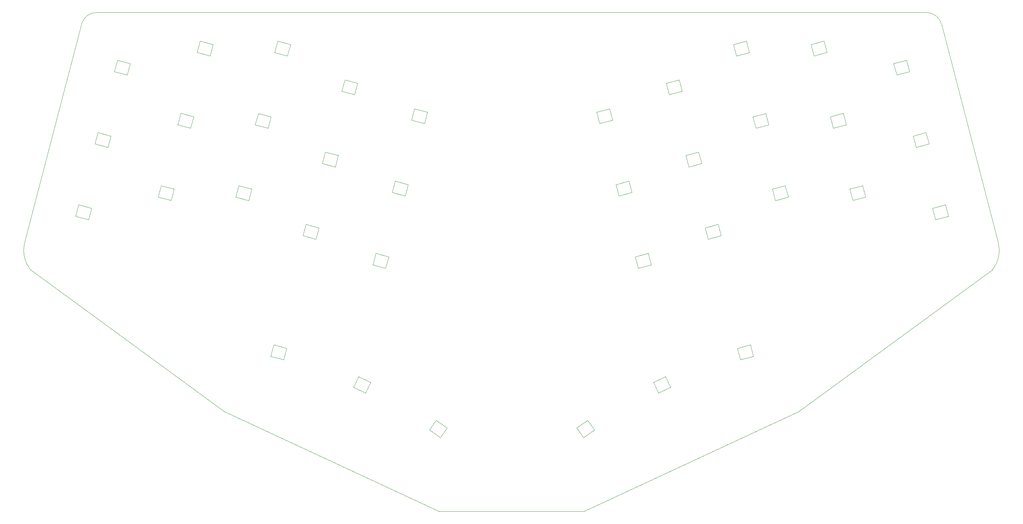
<source format=gbr>
G04 #@! TF.GenerationSoftware,KiCad,Pcbnew,(5.1.9)-1*
G04 #@! TF.CreationDate,2021-04-11T17:50:07-07:00*
G04 #@! TF.ProjectId,euclid36,6575636c-6964-4333-962e-6b696361645f,1.2*
G04 #@! TF.SameCoordinates,PX2faf080PY2faf080*
G04 #@! TF.FileFunction,Profile,NP*
%FSLAX46Y46*%
G04 Gerber Fmt 4.6, Leading zero omitted, Abs format (unit mm)*
G04 Created by KiCad (PCBNEW (5.1.9)-1) date 2021-04-11 17:50:07*
%MOMM*%
%LPD*%
G01*
G04 APERTURE LIST*
G04 #@! TA.AperFunction,Profile*
%ADD10C,0.050000*%
G04 #@! TD*
G04 #@! TA.AperFunction,Profile*
%ADD11C,0.120000*%
G04 #@! TD*
G04 APERTURE END LIST*
D10*
X173520000Y-77000000D02*
X222790000Y-40950000D01*
X173520000Y-77000000D02*
X118910000Y-102400000D01*
X118910000Y-102400000D02*
X82080000Y-102400000D01*
X82080000Y-102400000D02*
X27470000Y-77000000D01*
X-21803543Y-40944654D02*
X27470000Y-77000000D01*
X-23369999Y-34160001D02*
X-8928187Y21379608D01*
X224356456Y-34165347D02*
X209910000Y21389608D01*
X222790000Y-40950000D02*
G75*
G03*
X224356456Y-34165347I-5983543J4954654D01*
G01*
X-21803543Y-40944654D02*
G75*
G02*
X-23369999Y-34160001I5983543J4954654D01*
G01*
X205931813Y24600000D02*
X-4950000Y24590000D01*
X209910000Y21389608D02*
G75*
G03*
X205931813Y24600000I-3978187J-859608D01*
G01*
X-8928187Y21379608D02*
G75*
G02*
X-4950000Y24590000I3978187J-859608D01*
G01*
D11*
X201747995Y9543325D02*
X200971538Y12441102D01*
X200971538Y12441102D02*
X197687391Y11561117D01*
X197687391Y11561117D02*
X198463848Y8663340D01*
X198463848Y8663340D02*
X201747995Y9543325D01*
X206678497Y-8857561D02*
X205902040Y-5959784D01*
X205902040Y-5959784D02*
X202617893Y-6839769D01*
X202617893Y-6839769D02*
X203394350Y-9737546D01*
X203394350Y-9737546D02*
X206678497Y-8857561D01*
X211608999Y-27258447D02*
X210832542Y-24360670D01*
X210832542Y-24360670D02*
X207548395Y-25240655D01*
X207548395Y-25240655D02*
X208324852Y-28138432D01*
X208324852Y-28138432D02*
X211608999Y-27258447D01*
X186517909Y-20357352D02*
X187294366Y-23255129D01*
X187294366Y-23255129D02*
X190578513Y-22375144D01*
X190578513Y-22375144D02*
X189802056Y-19477367D01*
X189802056Y-19477367D02*
X186517909Y-20357352D01*
X181587407Y-1956466D02*
X182363864Y-4854243D01*
X182363864Y-4854243D02*
X185648011Y-3974258D01*
X185648011Y-3974258D02*
X184871554Y-1076481D01*
X184871554Y-1076481D02*
X181587407Y-1956466D01*
X176656905Y16444420D02*
X177433362Y13546643D01*
X177433362Y13546643D02*
X180717509Y14426628D01*
X180717509Y14426628D02*
X179941052Y17324405D01*
X179941052Y17324405D02*
X176656905Y16444420D01*
X161001822Y14403029D02*
X160225365Y17300806D01*
X160225365Y17300806D02*
X156941218Y16420821D01*
X156941218Y16420821D02*
X157717675Y13523044D01*
X157717675Y13523044D02*
X161001822Y14403029D01*
X165932324Y-3997857D02*
X165155867Y-1100080D01*
X165155867Y-1100080D02*
X161871720Y-1980065D01*
X161871720Y-1980065D02*
X162648177Y-4877842D01*
X162648177Y-4877842D02*
X165932324Y-3997857D01*
X170862826Y-22398743D02*
X170086369Y-19500966D01*
X170086369Y-19500966D02*
X166802222Y-20380951D01*
X166802222Y-20380951D02*
X167578679Y-23278728D01*
X167578679Y-23278728D02*
X170862826Y-22398743D01*
X149716137Y-30218356D02*
X150492594Y-33116133D01*
X150492594Y-33116133D02*
X153776741Y-32236148D01*
X153776741Y-32236148D02*
X153000284Y-29338371D01*
X153000284Y-29338371D02*
X149716137Y-30218356D01*
X144785635Y-11817470D02*
X145562092Y-14715247D01*
X145562092Y-14715247D02*
X148846239Y-13835262D01*
X148846239Y-13835262D02*
X148069782Y-10937485D01*
X148069782Y-10937485D02*
X144785635Y-11817470D01*
X139855133Y6583416D02*
X140631590Y3685639D01*
X140631590Y3685639D02*
X143915737Y4565624D01*
X143915737Y4565624D02*
X143139280Y7463401D01*
X143139280Y7463401D02*
X139855133Y6583416D01*
X126172251Y-2818330D02*
X125395794Y79447D01*
X125395794Y79447D02*
X122111647Y-800538D01*
X122111647Y-800538D02*
X122888104Y-3698315D01*
X122888104Y-3698315D02*
X126172251Y-2818330D01*
X131102753Y-21219216D02*
X130326296Y-18321439D01*
X130326296Y-18321439D02*
X127042149Y-19201424D01*
X127042149Y-19201424D02*
X127818606Y-22099201D01*
X127818606Y-22099201D02*
X131102753Y-21219216D01*
X136033255Y-39620102D02*
X135256798Y-36722325D01*
X135256798Y-36722325D02*
X131972651Y-37602310D01*
X131972651Y-37602310D02*
X132749108Y-40500087D01*
X132749108Y-40500087D02*
X136033255Y-39620102D01*
X161994245Y-62904292D02*
X161217788Y-60006515D01*
X161217788Y-60006515D02*
X157933641Y-60886500D01*
X157933641Y-60886500D02*
X158710098Y-63784277D01*
X158710098Y-63784277D02*
X161994245Y-62904292D01*
X140921077Y-70800068D02*
X139653222Y-68081144D01*
X139653222Y-68081144D02*
X136571775Y-69518046D01*
X136571775Y-69518046D02*
X137839630Y-72236970D01*
X137839630Y-72236970D02*
X140921077Y-70800068D01*
X121592357Y-81617336D02*
X119871628Y-79159880D01*
X119871628Y-79159880D02*
X117086511Y-81110040D01*
X117086511Y-81110040D02*
X118807240Y-83567496D01*
X118807240Y-83567496D02*
X121592357Y-81617336D01*
X82424356Y-83567496D02*
X84145085Y-81110040D01*
X84145085Y-81110040D02*
X81359968Y-79159880D01*
X81359968Y-79159880D02*
X79639239Y-81617336D01*
X79639239Y-81617336D02*
X82424356Y-83567496D01*
X63391966Y-72236970D02*
X64659821Y-69518046D01*
X64659821Y-69518046D02*
X61578374Y-68081144D01*
X61578374Y-68081144D02*
X60310519Y-70800068D01*
X60310519Y-70800068D02*
X63391966Y-72236970D01*
X42521498Y-63784277D02*
X43297955Y-60886500D01*
X43297955Y-60886500D02*
X40013808Y-60006515D01*
X40013808Y-60006515D02*
X39237351Y-62904292D01*
X39237351Y-62904292D02*
X42521498Y-63784277D01*
X68482488Y-40500087D02*
X69258945Y-37602310D01*
X69258945Y-37602310D02*
X65974798Y-36722325D01*
X65974798Y-36722325D02*
X65198341Y-39620102D01*
X65198341Y-39620102D02*
X68482488Y-40500087D01*
X73412990Y-22099201D02*
X74189447Y-19201424D01*
X74189447Y-19201424D02*
X70905300Y-18321439D01*
X70905300Y-18321439D02*
X70128843Y-21219216D01*
X70128843Y-21219216D02*
X73412990Y-22099201D01*
X78343492Y-3698315D02*
X79119949Y-800538D01*
X79119949Y-800538D02*
X75835802Y79447D01*
X75835802Y79447D02*
X75059345Y-2818330D01*
X75059345Y-2818330D02*
X78343492Y-3698315D01*
X58092316Y7463401D02*
X57315859Y4565624D01*
X57315859Y4565624D02*
X60600006Y3685639D01*
X60600006Y3685639D02*
X61376463Y6583416D01*
X61376463Y6583416D02*
X58092316Y7463401D01*
X53161814Y-10937485D02*
X52385357Y-13835262D01*
X52385357Y-13835262D02*
X55669504Y-14715247D01*
X55669504Y-14715247D02*
X56445961Y-11817470D01*
X56445961Y-11817470D02*
X53161814Y-10937485D01*
X48231312Y-29338371D02*
X47454855Y-32236148D01*
X47454855Y-32236148D02*
X50739002Y-33116133D01*
X50739002Y-33116133D02*
X51515459Y-30218356D01*
X51515459Y-30218356D02*
X48231312Y-29338371D01*
X33652917Y-23278728D02*
X34429374Y-20380951D01*
X34429374Y-20380951D02*
X31145227Y-19500966D01*
X31145227Y-19500966D02*
X30368770Y-22398743D01*
X30368770Y-22398743D02*
X33652917Y-23278728D01*
X38583419Y-4877842D02*
X39359876Y-1980065D01*
X39359876Y-1980065D02*
X36075729Y-1100080D01*
X36075729Y-1100080D02*
X35299272Y-3997857D01*
X35299272Y-3997857D02*
X38583419Y-4877842D01*
X43513921Y13523044D02*
X44290378Y16420821D01*
X44290378Y16420821D02*
X41006231Y17300806D01*
X41006231Y17300806D02*
X40229774Y14403029D01*
X40229774Y14403029D02*
X43513921Y13523044D01*
X21290544Y17324405D02*
X20514087Y14426628D01*
X20514087Y14426628D02*
X23798234Y13546643D01*
X23798234Y13546643D02*
X24574691Y16444420D01*
X24574691Y16444420D02*
X21290544Y17324405D01*
X16360042Y-1076481D02*
X15583585Y-3974258D01*
X15583585Y-3974258D02*
X18867732Y-4854243D01*
X18867732Y-4854243D02*
X19644189Y-1956466D01*
X19644189Y-1956466D02*
X16360042Y-1076481D01*
X11429540Y-19477367D02*
X10653083Y-22375144D01*
X10653083Y-22375144D02*
X13937230Y-23255129D01*
X13937230Y-23255129D02*
X14713687Y-20357352D01*
X14713687Y-20357352D02*
X11429540Y-19477367D01*
X-7093256Y-28138433D02*
X-6316799Y-25240656D01*
X-6316799Y-25240656D02*
X-9600946Y-24360671D01*
X-9600946Y-24360671D02*
X-10377403Y-27258448D01*
X-10377403Y-27258448D02*
X-7093256Y-28138433D01*
X-2162754Y-9737547D02*
X-1386297Y-6839770D01*
X-1386297Y-6839770D02*
X-4670444Y-5959785D01*
X-4670444Y-5959785D02*
X-5446901Y-8857562D01*
X-5446901Y-8857562D02*
X-2162754Y-9737547D01*
X2767748Y8663339D02*
X3544205Y11561116D01*
X3544205Y11561116D02*
X260058Y12441101D01*
X260058Y12441101D02*
X-516399Y9543324D01*
X-516399Y9543324D02*
X2767748Y8663339D01*
M02*

</source>
